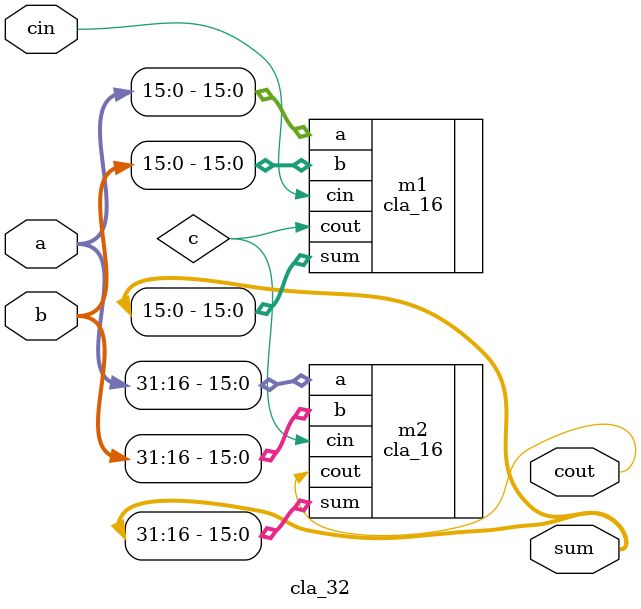
<source format=v>
`timescale 1ns / 1ps


module cla_32(
    input [31:0]a,
    input [31:0]b,
    input cin,
    output [31:0]sum,
    output cout
    );
    wire c;
    cla_16 m1 (.a(a[15:0]),.b(b[15:0]),.cin(cin),.sum(sum[15:0]),.cout(c));
    cla_16 m2 (.a(a[31:16]),.b(b[31:16]),.cin(c),.sum(sum[31:16]),.cout(cout));
endmodule

</source>
